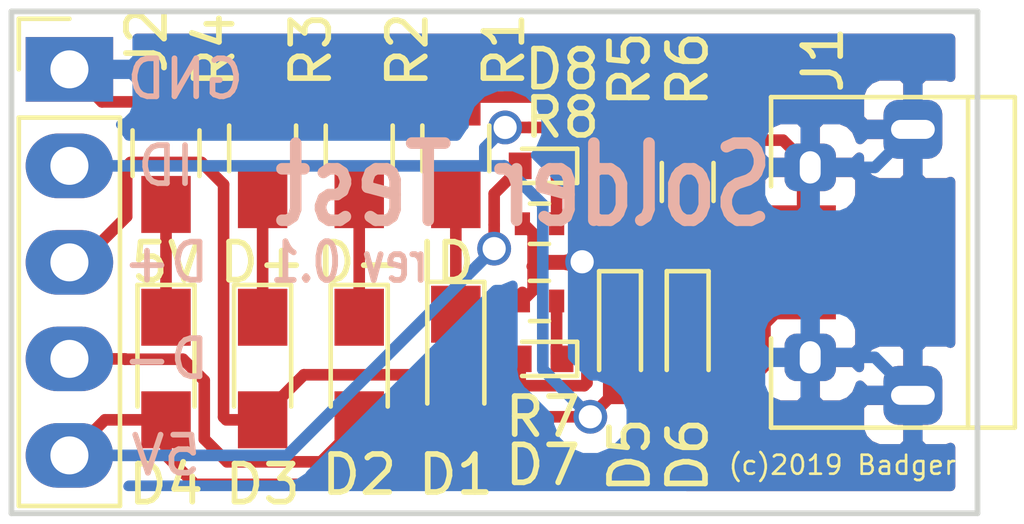
<source format=kicad_pcb>
(kicad_pcb (version 20171130) (host pcbnew 5.0.2-bee76a0~70~ubuntu16.04.1)

  (general
    (thickness 1.6002)
    (drawings 16)
    (tracks 137)
    (zones 0)
    (modules 18)
    (nets 14)
  )

  (page A4)
  (layers
    (0 Front signal)
    (31 Back signal)
    (32 B.Adhes user)
    (33 F.Adhes user)
    (34 B.Paste user)
    (35 F.Paste user)
    (36 B.SilkS user)
    (37 F.SilkS user)
    (38 B.Mask user)
    (39 F.Mask user)
    (40 Dwgs.User user)
    (41 Cmts.User user)
    (42 Eco1.User user)
    (43 Eco2.User user)
    (44 Edge.Cuts user)
  )

  (setup
    (last_trace_width 0.2032)
    (trace_clearance 0.2032)
    (zone_clearance 0.508)
    (zone_45_only yes)
    (trace_min 0.2032)
    (segment_width 0.15)
    (edge_width 0.381)
    (via_size 0.889)
    (via_drill 0.6)
    (via_min_size 0.889)
    (via_min_drill 0.508)
    (uvia_size 0.889)
    (uvia_drill 0.6096)
    (uvias_allowed no)
    (uvia_min_size 0.508)
    (uvia_min_drill 0.127)
    (pcb_text_width 0.3048)
    (pcb_text_size 1.524 2.032)
    (mod_edge_width 0.381)
    (mod_text_size 1.524 1.524)
    (mod_text_width 0.3048)
    (pad_size 7 7)
    (pad_drill 3.4)
    (pad_to_mask_clearance 0.0508)
    (solder_mask_min_width 0.25)
    (aux_axis_origin 0 0)
    (visible_elements FFFFFFFF)
    (pcbplotparams
      (layerselection 0x010fc_80000001)
      (usegerberextensions false)
      (usegerberattributes true)
      (usegerberadvancedattributes false)
      (creategerberjobfile false)
      (excludeedgelayer false)
      (linewidth 0.150000)
      (plotframeref false)
      (viasonmask false)
      (mode 1)
      (useauxorigin false)
      (hpglpennumber 1)
      (hpglpenspeed 20)
      (hpglpendiameter 15.000000)
      (psnegative false)
      (psa4output false)
      (plotreference true)
      (plotvalue true)
      (plotinvisibletext false)
      (padsonsilk false)
      (subtractmaskfromsilk false)
      (outputformat 1)
      (mirror false)
      (drillshape 0)
      (scaleselection 1)
      (outputdirectory "fabricaton_jlcpcb/"))
  )

  (net 0 "")
  (net 1 GND)
  (net 2 +5V)
  (net 3 "Net-(D5-Pad1)")
  (net 4 "Net-(D1-Pad1)")
  (net 5 "Net-(D2-Pad1)")
  (net 6 "Net-(D3-Pad1)")
  (net 7 "Net-(D4-Pad1)")
  (net 8 "Net-(D6-Pad1)")
  (net 9 "Net-(D7-Pad1)")
  (net 10 "Net-(D8-Pad1)")
  (net 11 /ID)
  (net 12 /D-)
  (net 13 /D+)

  (net_class Default "This is the default net class."
    (clearance 0.2032)
    (trace_width 0.2032)
    (via_dia 0.889)
    (via_drill 0.6)
    (uvia_dia 0.889)
    (uvia_drill 0.6096)
    (diff_pair_gap 0.2)
    (diff_pair_width 0.2032)
  )

  (net_class led_power ""
    (clearance 0.2032)
    (trace_width 0.3048)
    (via_dia 0.889)
    (via_drill 0.6096)
    (uvia_dia 0.889)
    (uvia_drill 0.6096)
    (diff_pair_gap 0.25)
    (diff_pair_width 0.2032)
    (add_net +5V)
    (add_net /D+)
    (add_net /D-)
    (add_net /ID)
    (add_net GND)
    (add_net "Net-(D1-Pad1)")
    (add_net "Net-(D2-Pad1)")
    (add_net "Net-(D3-Pad1)")
    (add_net "Net-(D4-Pad1)")
    (add_net "Net-(D5-Pad1)")
    (add_net "Net-(D6-Pad1)")
    (add_net "Net-(D7-Pad1)")
    (add_net "Net-(D8-Pad1)")
  )

  (net_class power ""
    (clearance 0.254)
    (trace_width 0.6096)
    (via_dia 1.3462)
    (via_drill 0.7112)
    (uvia_dia 0.9652)
    (uvia_drill 0.7112)
    (diff_pair_gap 0.25)
    (diff_pair_width 0.254)
  )

  (module kicad_libraries_new:badger_USB_Micro-B_handsolder (layer Front) (tedit 5CA07BA2) (tstamp 5CA11A0F)
    (at 73.66 47.244 90)
    (descr "Micro USB Type B Receptacle")
    (tags "USB USB_B USB_micro USB_OTG")
    (path /5CA3BDFE)
    (attr smd)
    (fp_text reference J1 (at 5.334 -1.016 90) (layer F.SilkS)
      (effects (font (size 1 1) (thickness 0.15)))
    )
    (fp_text value USB_OTG (at 0 5.01 90) (layer F.Fab)
      (effects (font (size 1 1) (thickness 0.15)))
    )
    (fp_line (start 2 -2.38) (end 4.35 -2.38) (layer F.SilkS) (width 0.12))
    (fp_line (start -4.35 4.03) (end -4.35 -2.38) (layer F.SilkS) (width 0.12))
    (fp_line (start 4.35 2.8) (end -4.35 2.8) (layer F.SilkS) (width 0.12))
    (fp_line (start 4.35 -2.38) (end 4.35 4.03) (layer F.SilkS) (width 0.12))
    (fp_line (start -4.35 -2.38) (end -2 -2.38) (layer F.SilkS) (width 0.12))
    (fp_line (start -4.35 4.03) (end 4.35 4.03) (layer F.SilkS) (width 0.12))
    (fp_line (start -4.6 4.26) (end -4.6 -2.59) (layer F.CrtYd) (width 0.05))
    (fp_line (start 4.6 4.26) (end -4.6 4.26) (layer F.CrtYd) (width 0.05))
    (fp_line (start 4.6 -2.59) (end 4.6 4.26) (layer F.CrtYd) (width 0.05))
    (fp_line (start -4.6 -2.59) (end 4.6 -2.59) (layer F.CrtYd) (width 0.05))
    (pad 6 thru_hole roundrect (at 3.5 1.35 180) (size 1.55 1.55) (drill oval 1.15 0.5) (layers *.Cu *.Mask) (roundrect_rratio 0.25)
      (net 1 GND))
    (pad 6 thru_hole roundrect (at -3.5 1.35 180) (size 1.55 1.55) (drill oval 1.15 0.5) (layers *.Cu *.Mask) (roundrect_rratio 0.25)
      (net 1 GND))
    (pad 6 thru_hole roundrect (at 2.5 -1.35 180) (size 1.35 1.25) (drill oval 0.55 0.85) (layers *.Cu *.Mask) (roundrect_rratio 0.25)
      (net 1 GND))
    (pad 6 thru_hole roundrect (at -2.5 -1.35 180) (size 1.35 1.25) (drill oval 0.55 0.85) (layers *.Cu *.Mask) (roundrect_rratio 0.25)
      (net 1 GND))
    (pad 5 smd rect (at 1.3 -1.55 180) (size 1.75 0.4) (layers Front F.Paste F.Mask)
      (net 1 GND))
    (pad 4 smd rect (at 0.65 -1.55 180) (size 1.75 0.4) (layers Front F.Paste F.Mask)
      (net 11 /ID))
    (pad 3 smd rect (at 0 -1.55 180) (size 1.75 0.4) (layers Front F.Paste F.Mask)
      (net 13 /D+))
    (pad 2 smd rect (at -0.65 -1.55 180) (size 1.75 0.4) (layers Front F.Paste F.Mask)
      (net 12 /D-))
    (pad 1 smd rect (at -1.3 -1.55 180) (size 1.75 0.4) (layers Front F.Paste F.Mask)
      (net 2 +5V))
  )

  (module LEDs:LED_0805_HandSoldering (layer Front) (tedit 595FCA25) (tstamp 5CA12765)
    (at 62.992 49.958 270)
    (descr "Resistor SMD 0805, hand soldering")
    (tags "resistor 0805")
    (path /5CB01935)
    (attr smd)
    (fp_text reference D1 (at 2.874 0) (layer F.SilkS)
      (effects (font (size 1 1) (thickness 0.15)))
    )
    (fp_text value LED (at 0 1.75 270) (layer F.Fab)
      (effects (font (size 1 1) (thickness 0.15)))
    )
    (fp_line (start -2.2 -0.75) (end -2.2 0.75) (layer F.SilkS) (width 0.12))
    (fp_line (start 2.35 0.9) (end -2.35 0.9) (layer F.CrtYd) (width 0.05))
    (fp_line (start 2.35 0.9) (end 2.35 -0.9) (layer F.CrtYd) (width 0.05))
    (fp_line (start -2.35 -0.9) (end -2.35 0.9) (layer F.CrtYd) (width 0.05))
    (fp_line (start -2.35 -0.9) (end 2.35 -0.9) (layer F.CrtYd) (width 0.05))
    (fp_line (start -2.2 -0.75) (end 1 -0.75) (layer F.SilkS) (width 0.12))
    (fp_line (start 1 0.75) (end -2.2 0.75) (layer F.SilkS) (width 0.12))
    (fp_line (start -1 -0.62) (end 1 -0.62) (layer F.Fab) (width 0.1))
    (fp_line (start 1 -0.62) (end 1 0.62) (layer F.Fab) (width 0.1))
    (fp_line (start 1 0.62) (end -1 0.62) (layer F.Fab) (width 0.1))
    (fp_line (start -1 0.62) (end -1 -0.62) (layer F.Fab) (width 0.1))
    (fp_line (start 0.2 -0.4) (end 0.2 0.4) (layer F.Fab) (width 0.1))
    (fp_line (start 0.2 0.4) (end -0.4 0) (layer F.Fab) (width 0.1))
    (fp_line (start -0.4 0) (end 0.2 -0.4) (layer F.Fab) (width 0.1))
    (fp_line (start -0.4 -0.4) (end -0.4 0.4) (layer F.Fab) (width 0.1))
    (pad 2 smd rect (at 1.35 0 270) (size 1.5 1.3) (layers Front F.Paste F.Mask)
      (net 11 /ID))
    (pad 1 smd rect (at -1.35 0 270) (size 1.5 1.3) (layers Front F.Paste F.Mask)
      (net 4 "Net-(D1-Pad1)"))
    (model ${KISYS3DMOD}/LEDs.3dshapes/LED_0805.wrl
      (at (xyz 0 0 0))
      (scale (xyz 1 1 1))
      (rotate (xyz 0 0 0))
    )
  )

  (module LEDs:LED_0805_HandSoldering (layer Front) (tedit 595FCA25) (tstamp 5CA127A1)
    (at 60.452 50.038 270)
    (descr "Resistor SMD 0805, hand soldering")
    (tags "resistor 0805")
    (path /5CB01DA7)
    (attr smd)
    (fp_text reference D2 (at 2.794 0) (layer F.SilkS)
      (effects (font (size 1 1) (thickness 0.15)))
    )
    (fp_text value LED (at 0 1.75 270) (layer F.Fab)
      (effects (font (size 1 1) (thickness 0.15)))
    )
    (fp_line (start -2.2 -0.75) (end -2.2 0.75) (layer F.SilkS) (width 0.12))
    (fp_line (start 2.35 0.9) (end -2.35 0.9) (layer F.CrtYd) (width 0.05))
    (fp_line (start 2.35 0.9) (end 2.35 -0.9) (layer F.CrtYd) (width 0.05))
    (fp_line (start -2.35 -0.9) (end -2.35 0.9) (layer F.CrtYd) (width 0.05))
    (fp_line (start -2.35 -0.9) (end 2.35 -0.9) (layer F.CrtYd) (width 0.05))
    (fp_line (start -2.2 -0.75) (end 1 -0.75) (layer F.SilkS) (width 0.12))
    (fp_line (start 1 0.75) (end -2.2 0.75) (layer F.SilkS) (width 0.12))
    (fp_line (start -1 -0.62) (end 1 -0.62) (layer F.Fab) (width 0.1))
    (fp_line (start 1 -0.62) (end 1 0.62) (layer F.Fab) (width 0.1))
    (fp_line (start 1 0.62) (end -1 0.62) (layer F.Fab) (width 0.1))
    (fp_line (start -1 0.62) (end -1 -0.62) (layer F.Fab) (width 0.1))
    (fp_line (start 0.2 -0.4) (end 0.2 0.4) (layer F.Fab) (width 0.1))
    (fp_line (start 0.2 0.4) (end -0.4 0) (layer F.Fab) (width 0.1))
    (fp_line (start -0.4 0) (end 0.2 -0.4) (layer F.Fab) (width 0.1))
    (fp_line (start -0.4 -0.4) (end -0.4 0.4) (layer F.Fab) (width 0.1))
    (pad 2 smd rect (at 1.35 0 270) (size 1.5 1.3) (layers Front F.Paste F.Mask)
      (net 12 /D-))
    (pad 1 smd rect (at -1.35 0 270) (size 1.5 1.3) (layers Front F.Paste F.Mask)
      (net 5 "Net-(D2-Pad1)"))
    (model ${KISYS3DMOD}/LEDs.3dshapes/LED_0805.wrl
      (at (xyz 0 0 0))
      (scale (xyz 1 1 1))
      (rotate (xyz 0 0 0))
    )
  )

  (module LEDs:LED_0805_HandSoldering (layer Front) (tedit 595FCA25) (tstamp 5CA12729)
    (at 57.912 50.038 270)
    (descr "Resistor SMD 0805, hand soldering")
    (tags "resistor 0805")
    (path /5CB02302)
    (attr smd)
    (fp_text reference D3 (at 3.048 0 180) (layer F.SilkS)
      (effects (font (size 1 1) (thickness 0.15)))
    )
    (fp_text value LED (at 0 1.75 270) (layer F.Fab)
      (effects (font (size 1 1) (thickness 0.15)))
    )
    (fp_line (start -0.4 -0.4) (end -0.4 0.4) (layer F.Fab) (width 0.1))
    (fp_line (start -0.4 0) (end 0.2 -0.4) (layer F.Fab) (width 0.1))
    (fp_line (start 0.2 0.4) (end -0.4 0) (layer F.Fab) (width 0.1))
    (fp_line (start 0.2 -0.4) (end 0.2 0.4) (layer F.Fab) (width 0.1))
    (fp_line (start -1 0.62) (end -1 -0.62) (layer F.Fab) (width 0.1))
    (fp_line (start 1 0.62) (end -1 0.62) (layer F.Fab) (width 0.1))
    (fp_line (start 1 -0.62) (end 1 0.62) (layer F.Fab) (width 0.1))
    (fp_line (start -1 -0.62) (end 1 -0.62) (layer F.Fab) (width 0.1))
    (fp_line (start 1 0.75) (end -2.2 0.75) (layer F.SilkS) (width 0.12))
    (fp_line (start -2.2 -0.75) (end 1 -0.75) (layer F.SilkS) (width 0.12))
    (fp_line (start -2.35 -0.9) (end 2.35 -0.9) (layer F.CrtYd) (width 0.05))
    (fp_line (start -2.35 -0.9) (end -2.35 0.9) (layer F.CrtYd) (width 0.05))
    (fp_line (start 2.35 0.9) (end 2.35 -0.9) (layer F.CrtYd) (width 0.05))
    (fp_line (start 2.35 0.9) (end -2.35 0.9) (layer F.CrtYd) (width 0.05))
    (fp_line (start -2.2 -0.75) (end -2.2 0.75) (layer F.SilkS) (width 0.12))
    (pad 1 smd rect (at -1.35 0 270) (size 1.5 1.3) (layers Front F.Paste F.Mask)
      (net 6 "Net-(D3-Pad1)"))
    (pad 2 smd rect (at 1.35 0 270) (size 1.5 1.3) (layers Front F.Paste F.Mask)
      (net 13 /D+))
    (model ${KISYS3DMOD}/LEDs.3dshapes/LED_0805.wrl
      (at (xyz 0 0 0))
      (scale (xyz 1 1 1))
      (rotate (xyz 0 0 0))
    )
  )

  (module LEDs:LED_0805_HandSoldering (layer Front) (tedit 595FCA25) (tstamp 5CA126BD)
    (at 55.372 50.038 270)
    (descr "Resistor SMD 0805, hand soldering")
    (tags "resistor 0805")
    (path /5CB02931)
    (attr smd)
    (fp_text reference D4 (at 3.048 0) (layer F.SilkS)
      (effects (font (size 1 1) (thickness 0.15)))
    )
    (fp_text value LED (at 0 1.75 270) (layer F.Fab)
      (effects (font (size 1 1) (thickness 0.15)))
    )
    (fp_line (start -0.4 -0.4) (end -0.4 0.4) (layer F.Fab) (width 0.1))
    (fp_line (start -0.4 0) (end 0.2 -0.4) (layer F.Fab) (width 0.1))
    (fp_line (start 0.2 0.4) (end -0.4 0) (layer F.Fab) (width 0.1))
    (fp_line (start 0.2 -0.4) (end 0.2 0.4) (layer F.Fab) (width 0.1))
    (fp_line (start -1 0.62) (end -1 -0.62) (layer F.Fab) (width 0.1))
    (fp_line (start 1 0.62) (end -1 0.62) (layer F.Fab) (width 0.1))
    (fp_line (start 1 -0.62) (end 1 0.62) (layer F.Fab) (width 0.1))
    (fp_line (start -1 -0.62) (end 1 -0.62) (layer F.Fab) (width 0.1))
    (fp_line (start 1 0.75) (end -2.2 0.75) (layer F.SilkS) (width 0.12))
    (fp_line (start -2.2 -0.75) (end 1 -0.75) (layer F.SilkS) (width 0.12))
    (fp_line (start -2.35 -0.9) (end 2.35 -0.9) (layer F.CrtYd) (width 0.05))
    (fp_line (start -2.35 -0.9) (end -2.35 0.9) (layer F.CrtYd) (width 0.05))
    (fp_line (start 2.35 0.9) (end 2.35 -0.9) (layer F.CrtYd) (width 0.05))
    (fp_line (start 2.35 0.9) (end -2.35 0.9) (layer F.CrtYd) (width 0.05))
    (fp_line (start -2.2 -0.75) (end -2.2 0.75) (layer F.SilkS) (width 0.12))
    (pad 1 smd rect (at -1.35 0 270) (size 1.5 1.3) (layers Front F.Paste F.Mask)
      (net 7 "Net-(D4-Pad1)"))
    (pad 2 smd rect (at 1.35 0 270) (size 1.5 1.3) (layers Front F.Paste F.Mask)
      (net 2 +5V))
    (model ${KISYS3DMOD}/LEDs.3dshapes/LED_0805.wrl
      (at (xyz 0 0 0))
      (scale (xyz 1 1 1))
      (rotate (xyz 0 0 0))
    )
  )

  (module LEDs:LED_0603_HandSoldering (layer Front) (tedit 595FC9C0) (tstamp 5CA152C7)
    (at 67.31 49.276 270)
    (descr "LED SMD 0603, hand soldering")
    (tags "LED 0603")
    (path /5CB08A82)
    (attr smd)
    (fp_text reference D5 (at 3.048 -0.254 270) (layer F.SilkS)
      (effects (font (size 1 1) (thickness 0.15)))
    )
    (fp_text value LED (at 0 1.55 270) (layer F.Fab)
      (effects (font (size 1 1) (thickness 0.15)))
    )
    (fp_line (start -0.8 -0.4) (end -0.8 0.4) (layer F.Fab) (width 0.1))
    (fp_line (start 1.95 0.7) (end -1.96 0.7) (layer F.CrtYd) (width 0.05))
    (fp_line (start 1.95 0.7) (end 1.95 -0.7) (layer F.CrtYd) (width 0.05))
    (fp_line (start -1.96 -0.7) (end -1.96 0.7) (layer F.CrtYd) (width 0.05))
    (fp_line (start -1.96 -0.7) (end 1.95 -0.7) (layer F.CrtYd) (width 0.05))
    (fp_line (start -1.8 -0.55) (end 0.8 -0.55) (layer F.SilkS) (width 0.12))
    (fp_line (start -1.8 0.55) (end 0.8 0.55) (layer F.SilkS) (width 0.12))
    (fp_line (start -0.8 -0.4) (end 0.8 -0.4) (layer F.Fab) (width 0.1))
    (fp_line (start 0.8 -0.4) (end 0.8 0.4) (layer F.Fab) (width 0.1))
    (fp_line (start 0.8 0.4) (end -0.8 0.4) (layer F.Fab) (width 0.1))
    (fp_line (start 0.15 -0.2) (end 0.15 0.2) (layer F.Fab) (width 0.1))
    (fp_line (start 0.15 0.2) (end -0.15 0) (layer F.Fab) (width 0.1))
    (fp_line (start -0.15 0) (end 0.15 -0.2) (layer F.Fab) (width 0.1))
    (fp_line (start -0.2 -0.2) (end -0.2 0.2) (layer F.Fab) (width 0.1))
    (fp_line (start -1.8 -0.55) (end -1.8 0.55) (layer F.SilkS) (width 0.12))
    (pad 2 smd rect (at 1.1 0 270) (size 1.2 0.9) (layers Front F.Paste F.Mask)
      (net 11 /ID))
    (pad 1 smd rect (at -1.1 0 270) (size 1.2 0.9) (layers Front F.Paste F.Mask)
      (net 3 "Net-(D5-Pad1)"))
    (model ${KISYS3DMOD}/LEDs.3dshapes/LED_0603.wrl
      (at (xyz 0 0 0))
      (scale (xyz 1 1 1))
      (rotate (xyz 0 0 180))
    )
  )

  (module LEDs:LED_0603_HandSoldering (layer Front) (tedit 595FC9C0) (tstamp 5CA10037)
    (at 69.088 49.276 270)
    (descr "LED SMD 0603, hand soldering")
    (tags "LED 0603")
    (path /5CB08A94)
    (attr smd)
    (fp_text reference D6 (at 3.048 0 270) (layer F.SilkS)
      (effects (font (size 1 1) (thickness 0.15)))
    )
    (fp_text value LED (at 0 1.55 270) (layer F.Fab)
      (effects (font (size 1 1) (thickness 0.15)))
    )
    (fp_line (start -1.8 -0.55) (end -1.8 0.55) (layer F.SilkS) (width 0.12))
    (fp_line (start -0.2 -0.2) (end -0.2 0.2) (layer F.Fab) (width 0.1))
    (fp_line (start -0.15 0) (end 0.15 -0.2) (layer F.Fab) (width 0.1))
    (fp_line (start 0.15 0.2) (end -0.15 0) (layer F.Fab) (width 0.1))
    (fp_line (start 0.15 -0.2) (end 0.15 0.2) (layer F.Fab) (width 0.1))
    (fp_line (start 0.8 0.4) (end -0.8 0.4) (layer F.Fab) (width 0.1))
    (fp_line (start 0.8 -0.4) (end 0.8 0.4) (layer F.Fab) (width 0.1))
    (fp_line (start -0.8 -0.4) (end 0.8 -0.4) (layer F.Fab) (width 0.1))
    (fp_line (start -1.8 0.55) (end 0.8 0.55) (layer F.SilkS) (width 0.12))
    (fp_line (start -1.8 -0.55) (end 0.8 -0.55) (layer F.SilkS) (width 0.12))
    (fp_line (start -1.96 -0.7) (end 1.95 -0.7) (layer F.CrtYd) (width 0.05))
    (fp_line (start -1.96 -0.7) (end -1.96 0.7) (layer F.CrtYd) (width 0.05))
    (fp_line (start 1.95 0.7) (end 1.95 -0.7) (layer F.CrtYd) (width 0.05))
    (fp_line (start 1.95 0.7) (end -1.96 0.7) (layer F.CrtYd) (width 0.05))
    (fp_line (start -0.8 -0.4) (end -0.8 0.4) (layer F.Fab) (width 0.1))
    (pad 1 smd rect (at -1.1 0 270) (size 1.2 0.9) (layers Front F.Paste F.Mask)
      (net 8 "Net-(D6-Pad1)"))
    (pad 2 smd rect (at 1.1 0 270) (size 1.2 0.9) (layers Front F.Paste F.Mask)
      (net 12 /D-))
    (model ${KISYS3DMOD}/LEDs.3dshapes/LED_0603.wrl
      (at (xyz 0 0 0))
      (scale (xyz 1 1 1))
      (rotate (xyz 0 0 180))
    )
  )

  (module LEDs:LED_0402 (layer Front) (tedit 57FE9357) (tstamp 5CA1004C)
    (at 65.234 49.784 180)
    (descr "LED 0402 smd package")
    (tags "LED led 0402 SMD smd SMT smt smdled SMDLED smtled SMTLED")
    (path /5CB08AA5)
    (attr smd)
    (fp_text reference D7 (at -0.044 -2.794 180) (layer F.SilkS)
      (effects (font (size 1 1) (thickness 0.15)))
    )
    (fp_text value LED (at 0 1.4 180) (layer F.Fab)
      (effects (font (size 1 1) (thickness 0.15)))
    )
    (fp_line (start -1 -0.5) (end 1 -0.5) (layer F.CrtYd) (width 0.05))
    (fp_line (start -1 0.5) (end -1 -0.5) (layer F.CrtYd) (width 0.05))
    (fp_line (start 1 0.5) (end -1 0.5) (layer F.CrtYd) (width 0.05))
    (fp_line (start 1 -0.5) (end 1 0.5) (layer F.CrtYd) (width 0.05))
    (fp_line (start -0.95 -0.45) (end 0.5 -0.45) (layer F.SilkS) (width 0.12))
    (fp_line (start -0.95 0.45) (end 0.5 0.45) (layer F.SilkS) (width 0.12))
    (fp_line (start -0.5 0.25) (end -0.5 -0.25) (layer F.Fab) (width 0.1))
    (fp_line (start -0.5 -0.25) (end 0.5 -0.25) (layer F.Fab) (width 0.1))
    (fp_line (start 0.5 -0.25) (end 0.5 0.25) (layer F.Fab) (width 0.1))
    (fp_line (start 0.5 0.25) (end -0.5 0.25) (layer F.Fab) (width 0.1))
    (fp_line (start 0.15 -0.2) (end 0.15 0.2) (layer F.Fab) (width 0.1))
    (fp_line (start 0.15 0.2) (end -0.15 0) (layer F.Fab) (width 0.1))
    (fp_line (start -0.15 0) (end 0.15 -0.2) (layer F.Fab) (width 0.1))
    (fp_line (start -0.15 -0.2) (end -0.15 0.2) (layer F.Fab) (width 0.1))
    (fp_line (start -0.95 -0.45) (end -0.95 0.45) (layer F.SilkS) (width 0.12))
    (pad 1 smd rect (at -0.55 0) (size 0.6 0.7) (layers Front F.Paste F.Mask)
      (net 9 "Net-(D7-Pad1)"))
    (pad 2 smd rect (at 0.55 0) (size 0.6 0.7) (layers Front F.Paste F.Mask)
      (net 13 /D+))
    (model ${KISYS3DMOD}/LEDs.3dshapes/LED_0402.wrl
      (at (xyz 0 0 0))
      (scale (xyz 1 1 1))
      (rotate (xyz 0 0 180))
    )
  )

  (module LEDs:LED_0402 (layer Front) (tedit 57FE9357) (tstamp 5CA10061)
    (at 65.234 44.704 180)
    (descr "LED 0402 smd package")
    (tags "LED led 0402 SMD smd SMT smt smdled SMDLED smtled SMTLED")
    (path /5CB08AB7)
    (attr smd)
    (fp_text reference D8 (at -0.552 2.54 180) (layer F.SilkS)
      (effects (font (size 1 1) (thickness 0.15)))
    )
    (fp_text value LED (at 0 1.4 180) (layer F.Fab)
      (effects (font (size 1 1) (thickness 0.15)))
    )
    (fp_line (start -0.95 -0.45) (end -0.95 0.45) (layer F.SilkS) (width 0.12))
    (fp_line (start -0.15 -0.2) (end -0.15 0.2) (layer F.Fab) (width 0.1))
    (fp_line (start -0.15 0) (end 0.15 -0.2) (layer F.Fab) (width 0.1))
    (fp_line (start 0.15 0.2) (end -0.15 0) (layer F.Fab) (width 0.1))
    (fp_line (start 0.15 -0.2) (end 0.15 0.2) (layer F.Fab) (width 0.1))
    (fp_line (start 0.5 0.25) (end -0.5 0.25) (layer F.Fab) (width 0.1))
    (fp_line (start 0.5 -0.25) (end 0.5 0.25) (layer F.Fab) (width 0.1))
    (fp_line (start -0.5 -0.25) (end 0.5 -0.25) (layer F.Fab) (width 0.1))
    (fp_line (start -0.5 0.25) (end -0.5 -0.25) (layer F.Fab) (width 0.1))
    (fp_line (start -0.95 0.45) (end 0.5 0.45) (layer F.SilkS) (width 0.12))
    (fp_line (start -0.95 -0.45) (end 0.5 -0.45) (layer F.SilkS) (width 0.12))
    (fp_line (start 1 -0.5) (end 1 0.5) (layer F.CrtYd) (width 0.05))
    (fp_line (start 1 0.5) (end -1 0.5) (layer F.CrtYd) (width 0.05))
    (fp_line (start -1 0.5) (end -1 -0.5) (layer F.CrtYd) (width 0.05))
    (fp_line (start -1 -0.5) (end 1 -0.5) (layer F.CrtYd) (width 0.05))
    (pad 2 smd rect (at 0.55 0) (size 0.6 0.7) (layers Front F.Paste F.Mask)
      (net 2 +5V))
    (pad 1 smd rect (at -0.55 0) (size 0.6 0.7) (layers Front F.Paste F.Mask)
      (net 10 "Net-(D8-Pad1)"))
    (model ${KISYS3DMOD}/LEDs.3dshapes/LED_0402.wrl
      (at (xyz 0 0 0))
      (scale (xyz 1 1 1))
      (rotate (xyz 0 0 180))
    )
  )

  (module kicad_libraries_new:badger_Pin_Hdr_1x05_2.54mm_handsolder (layer Front) (tedit 5BD382F7) (tstamp 5CA17275)
    (at 52.832 42.164)
    (descr "Through hole straight pin header, 1x05, 2.54mm pitch, single row")
    (tags "Through hole pin header THT 1x05 2.54mm single row")
    (path /5CAA3C53)
    (fp_text reference J2 (at 2.032 -0.762 90) (layer F.SilkS)
      (effects (font (size 1 1) (thickness 0.15)))
    )
    (fp_text value Conn_01x05 (at 0 12.49) (layer F.Fab)
      (effects (font (size 1 1) (thickness 0.15)))
    )
    (fp_line (start -0.635 -1.27) (end 1.27 -1.27) (layer F.Fab) (width 0.1))
    (fp_line (start 1.27 -1.27) (end 1.27 11.43) (layer F.Fab) (width 0.1))
    (fp_line (start 1.27 11.43) (end -1.27 11.43) (layer F.Fab) (width 0.1))
    (fp_line (start -1.27 11.43) (end -1.27 -0.635) (layer F.Fab) (width 0.1))
    (fp_line (start -1.27 -0.635) (end -0.635 -1.27) (layer F.Fab) (width 0.1))
    (fp_line (start -1.33 11.49) (end 1.33 11.49) (layer F.SilkS) (width 0.12))
    (fp_line (start -1.33 1.27) (end -1.33 11.49) (layer F.SilkS) (width 0.12))
    (fp_line (start 1.33 1.27) (end 1.33 11.49) (layer F.SilkS) (width 0.12))
    (fp_line (start -1.33 1.27) (end 1.33 1.27) (layer F.SilkS) (width 0.12))
    (fp_line (start -1.33 0) (end -1.33 -1.33) (layer F.SilkS) (width 0.12))
    (fp_line (start -1.33 -1.33) (end 0 -1.33) (layer F.SilkS) (width 0.12))
    (fp_line (start -1.8 -1.8) (end -1.8 11.95) (layer F.CrtYd) (width 0.05))
    (fp_line (start -1.8 11.95) (end 1.8 11.95) (layer F.CrtYd) (width 0.05))
    (fp_line (start 1.8 11.95) (end 1.8 -1.8) (layer F.CrtYd) (width 0.05))
    (fp_line (start 1.8 -1.8) (end -1.8 -1.8) (layer F.CrtYd) (width 0.05))
    (fp_text user %R (at 0 5.08 90) (layer F.Fab)
      (effects (font (size 1 1) (thickness 0.15)))
    )
    (pad 1 thru_hole rect (at 0 0) (size 2.3 1.7) (drill 1) (layers *.Cu *.Mask)
      (net 1 GND))
    (pad 2 thru_hole oval (at 0 2.54) (size 2.3 1.7) (drill 1) (layers *.Cu *.Mask)
      (net 11 /ID))
    (pad 3 thru_hole oval (at 0 5.08) (size 2.3 1.7) (drill 1) (layers *.Cu *.Mask)
      (net 13 /D+))
    (pad 4 thru_hole oval (at 0 7.62) (size 2.3 1.7) (drill 1) (layers *.Cu *.Mask)
      (net 12 /D-))
    (pad 5 thru_hole oval (at 0 10.16) (size 2.3 1.7) (drill 1) (layers *.Cu *.Mask)
      (net 2 +5V))
    (model ${KISYS3DMOD}/Pin_Headers.3dshapes/Pin_Header_Straight_1x05_Pitch2.54mm.wrl
      (at (xyz 0 0 0))
      (scale (xyz 1 1 1))
      (rotate (xyz 0 0 0))
    )
  )

  (module Resistors_SMD:R_0805_HandSoldering (layer Front) (tedit 58E0A804) (tstamp 5CA12809)
    (at 62.992 44.243 90)
    (descr "Resistor SMD 0805, hand soldering")
    (tags "resistor 0805")
    (path /5CB0193C)
    (attr smd)
    (fp_text reference R1 (at 2.587 1.27 90) (layer F.SilkS)
      (effects (font (size 1 1) (thickness 0.15)))
    )
    (fp_text value 1k (at 0 1.75 90) (layer F.Fab)
      (effects (font (size 1 1) (thickness 0.15)))
    )
    (fp_text user %R (at 0 0 90) (layer F.Fab)
      (effects (font (size 0.5 0.5) (thickness 0.075)))
    )
    (fp_line (start -1 0.62) (end -1 -0.62) (layer F.Fab) (width 0.1))
    (fp_line (start 1 0.62) (end -1 0.62) (layer F.Fab) (width 0.1))
    (fp_line (start 1 -0.62) (end 1 0.62) (layer F.Fab) (width 0.1))
    (fp_line (start -1 -0.62) (end 1 -0.62) (layer F.Fab) (width 0.1))
    (fp_line (start 0.6 0.88) (end -0.6 0.88) (layer F.SilkS) (width 0.12))
    (fp_line (start -0.6 -0.88) (end 0.6 -0.88) (layer F.SilkS) (width 0.12))
    (fp_line (start -2.35 -0.9) (end 2.35 -0.9) (layer F.CrtYd) (width 0.05))
    (fp_line (start -2.35 -0.9) (end -2.35 0.9) (layer F.CrtYd) (width 0.05))
    (fp_line (start 2.35 0.9) (end 2.35 -0.9) (layer F.CrtYd) (width 0.05))
    (fp_line (start 2.35 0.9) (end -2.35 0.9) (layer F.CrtYd) (width 0.05))
    (pad 1 smd rect (at -1.35 0 90) (size 1.5 1.3) (layers Front F.Paste F.Mask)
      (net 4 "Net-(D1-Pad1)"))
    (pad 2 smd rect (at 1.35 0 90) (size 1.5 1.3) (layers Front F.Paste F.Mask)
      (net 1 GND))
    (model ${KISYS3DMOD}/Resistors_SMD.3dshapes/R_0805.wrl
      (at (xyz 0 0 0))
      (scale (xyz 1 1 1))
      (rotate (xyz 0 0 0))
    )
  )

  (module Resistors_SMD:R_0805_HandSoldering (layer Front) (tedit 58E0A804) (tstamp 5CA12839)
    (at 60.452 44.243 90)
    (descr "Resistor SMD 0805, hand soldering")
    (tags "resistor 0805")
    (path /5CB01DAE)
    (attr smd)
    (fp_text reference R2 (at 2.587 1.27 90) (layer F.SilkS)
      (effects (font (size 1 1) (thickness 0.15)))
    )
    (fp_text value 1k (at 0 1.75 90) (layer F.Fab)
      (effects (font (size 1 1) (thickness 0.15)))
    )
    (fp_line (start 2.35 0.9) (end -2.35 0.9) (layer F.CrtYd) (width 0.05))
    (fp_line (start 2.35 0.9) (end 2.35 -0.9) (layer F.CrtYd) (width 0.05))
    (fp_line (start -2.35 -0.9) (end -2.35 0.9) (layer F.CrtYd) (width 0.05))
    (fp_line (start -2.35 -0.9) (end 2.35 -0.9) (layer F.CrtYd) (width 0.05))
    (fp_line (start -0.6 -0.88) (end 0.6 -0.88) (layer F.SilkS) (width 0.12))
    (fp_line (start 0.6 0.88) (end -0.6 0.88) (layer F.SilkS) (width 0.12))
    (fp_line (start -1 -0.62) (end 1 -0.62) (layer F.Fab) (width 0.1))
    (fp_line (start 1 -0.62) (end 1 0.62) (layer F.Fab) (width 0.1))
    (fp_line (start 1 0.62) (end -1 0.62) (layer F.Fab) (width 0.1))
    (fp_line (start -1 0.62) (end -1 -0.62) (layer F.Fab) (width 0.1))
    (fp_text user %R (at 0 0 90) (layer F.Fab)
      (effects (font (size 0.5 0.5) (thickness 0.075)))
    )
    (pad 2 smd rect (at 1.35 0 90) (size 1.5 1.3) (layers Front F.Paste F.Mask)
      (net 1 GND))
    (pad 1 smd rect (at -1.35 0 90) (size 1.5 1.3) (layers Front F.Paste F.Mask)
      (net 5 "Net-(D2-Pad1)"))
    (model ${KISYS3DMOD}/Resistors_SMD.3dshapes/R_0805.wrl
      (at (xyz 0 0 0))
      (scale (xyz 1 1 1))
      (rotate (xyz 0 0 0))
    )
  )

  (module Resistors_SMD:R_0805_HandSoldering (layer Front) (tedit 58E0A804) (tstamp 5CA126F5)
    (at 57.912 44.243 90)
    (descr "Resistor SMD 0805, hand soldering")
    (tags "resistor 0805")
    (path /5CB02309)
    (attr smd)
    (fp_text reference R3 (at 2.587 1.27 90) (layer F.SilkS)
      (effects (font (size 1 1) (thickness 0.15)))
    )
    (fp_text value 1k (at 0 1.75 90) (layer F.Fab)
      (effects (font (size 1 1) (thickness 0.15)))
    )
    (fp_text user %R (at 0 0 90) (layer F.Fab)
      (effects (font (size 0.5 0.5) (thickness 0.075)))
    )
    (fp_line (start -1 0.62) (end -1 -0.62) (layer F.Fab) (width 0.1))
    (fp_line (start 1 0.62) (end -1 0.62) (layer F.Fab) (width 0.1))
    (fp_line (start 1 -0.62) (end 1 0.62) (layer F.Fab) (width 0.1))
    (fp_line (start -1 -0.62) (end 1 -0.62) (layer F.Fab) (width 0.1))
    (fp_line (start 0.6 0.88) (end -0.6 0.88) (layer F.SilkS) (width 0.12))
    (fp_line (start -0.6 -0.88) (end 0.6 -0.88) (layer F.SilkS) (width 0.12))
    (fp_line (start -2.35 -0.9) (end 2.35 -0.9) (layer F.CrtYd) (width 0.05))
    (fp_line (start -2.35 -0.9) (end -2.35 0.9) (layer F.CrtYd) (width 0.05))
    (fp_line (start 2.35 0.9) (end 2.35 -0.9) (layer F.CrtYd) (width 0.05))
    (fp_line (start 2.35 0.9) (end -2.35 0.9) (layer F.CrtYd) (width 0.05))
    (pad 1 smd rect (at -1.35 0 90) (size 1.5 1.3) (layers Front F.Paste F.Mask)
      (net 6 "Net-(D3-Pad1)"))
    (pad 2 smd rect (at 1.35 0 90) (size 1.5 1.3) (layers Front F.Paste F.Mask)
      (net 1 GND))
    (model ${KISYS3DMOD}/Resistors_SMD.3dshapes/R_0805.wrl
      (at (xyz 0 0 0))
      (scale (xyz 1 1 1))
      (rotate (xyz 0 0 0))
    )
  )

  (module Resistors_SMD:R_0805_HandSoldering (layer Front) (tedit 58E0A804) (tstamp 5CA127D9)
    (at 55.372 44.37 90)
    (descr "Resistor SMD 0805, hand soldering")
    (tags "resistor 0805")
    (path /5CB02938)
    (attr smd)
    (fp_text reference R4 (at 2.714 1.27 90) (layer F.SilkS)
      (effects (font (size 1 1) (thickness 0.15)))
    )
    (fp_text value 1k (at 0 1.75 90) (layer F.Fab)
      (effects (font (size 1 1) (thickness 0.15)))
    )
    (fp_line (start 2.35 0.9) (end -2.35 0.9) (layer F.CrtYd) (width 0.05))
    (fp_line (start 2.35 0.9) (end 2.35 -0.9) (layer F.CrtYd) (width 0.05))
    (fp_line (start -2.35 -0.9) (end -2.35 0.9) (layer F.CrtYd) (width 0.05))
    (fp_line (start -2.35 -0.9) (end 2.35 -0.9) (layer F.CrtYd) (width 0.05))
    (fp_line (start -0.6 -0.88) (end 0.6 -0.88) (layer F.SilkS) (width 0.12))
    (fp_line (start 0.6 0.88) (end -0.6 0.88) (layer F.SilkS) (width 0.12))
    (fp_line (start -1 -0.62) (end 1 -0.62) (layer F.Fab) (width 0.1))
    (fp_line (start 1 -0.62) (end 1 0.62) (layer F.Fab) (width 0.1))
    (fp_line (start 1 0.62) (end -1 0.62) (layer F.Fab) (width 0.1))
    (fp_line (start -1 0.62) (end -1 -0.62) (layer F.Fab) (width 0.1))
    (fp_text user %R (at 0 0 90) (layer F.Fab)
      (effects (font (size 0.5 0.5) (thickness 0.075)))
    )
    (pad 2 smd rect (at 1.35 0 90) (size 1.5 1.3) (layers Front F.Paste F.Mask)
      (net 1 GND))
    (pad 1 smd rect (at -1.35 0 90) (size 1.5 1.3) (layers Front F.Paste F.Mask)
      (net 7 "Net-(D4-Pad1)"))
    (model ${KISYS3DMOD}/Resistors_SMD.3dshapes/R_0805.wrl
      (at (xyz 0 0 0))
      (scale (xyz 1 1 1))
      (rotate (xyz 0 0 0))
    )
  )

  (module Resistors_SMD:R_0603_HandSoldering (layer Front) (tedit 58E0A804) (tstamp 5CA14DC2)
    (at 67.31 45.128 90)
    (descr "Resistor SMD 0603, hand soldering")
    (tags "resistor 0603")
    (path /5CB08A89)
    (attr smd)
    (fp_text reference R5 (at 2.964 0.254 90) (layer F.SilkS)
      (effects (font (size 1 1) (thickness 0.15)))
    )
    (fp_text value 1k (at 0 1.55 90) (layer F.Fab)
      (effects (font (size 1 1) (thickness 0.15)))
    )
    (fp_line (start 1.95 0.7) (end -1.96 0.7) (layer F.CrtYd) (width 0.05))
    (fp_line (start 1.95 0.7) (end 1.95 -0.7) (layer F.CrtYd) (width 0.05))
    (fp_line (start -1.96 -0.7) (end -1.96 0.7) (layer F.CrtYd) (width 0.05))
    (fp_line (start -1.96 -0.7) (end 1.95 -0.7) (layer F.CrtYd) (width 0.05))
    (fp_line (start -0.5 -0.68) (end 0.5 -0.68) (layer F.SilkS) (width 0.12))
    (fp_line (start 0.5 0.68) (end -0.5 0.68) (layer F.SilkS) (width 0.12))
    (fp_line (start -0.8 -0.4) (end 0.8 -0.4) (layer F.Fab) (width 0.1))
    (fp_line (start 0.8 -0.4) (end 0.8 0.4) (layer F.Fab) (width 0.1))
    (fp_line (start 0.8 0.4) (end -0.8 0.4) (layer F.Fab) (width 0.1))
    (fp_line (start -0.8 0.4) (end -0.8 -0.4) (layer F.Fab) (width 0.1))
    (fp_text user %R (at 0 0 90) (layer F.Fab)
      (effects (font (size 0.4 0.4) (thickness 0.075)))
    )
    (pad 2 smd rect (at 1.1 0 90) (size 1.2 0.9) (layers Front F.Paste F.Mask)
      (net 1 GND))
    (pad 1 smd rect (at -1.1 0 90) (size 1.2 0.9) (layers Front F.Paste F.Mask)
      (net 3 "Net-(D5-Pad1)"))
    (model ${KISYS3DMOD}/Resistors_SMD.3dshapes/R_0603.wrl
      (at (xyz 0 0 0))
      (scale (xyz 1 1 1))
      (rotate (xyz 0 0 0))
    )
  )

  (module Resistors_SMD:R_0603_HandSoldering (layer Front) (tedit 58E0A804) (tstamp 5CA100F6)
    (at 69.088 45.128 90)
    (descr "Resistor SMD 0603, hand soldering")
    (tags "resistor 0603")
    (path /5CB08A9B)
    (attr smd)
    (fp_text reference R6 (at 2.964 0 90) (layer F.SilkS)
      (effects (font (size 1 1) (thickness 0.15)))
    )
    (fp_text value 1k (at 0 1.55 90) (layer F.Fab)
      (effects (font (size 1 1) (thickness 0.15)))
    )
    (fp_text user %R (at 0 0 90) (layer F.Fab)
      (effects (font (size 0.4 0.4) (thickness 0.075)))
    )
    (fp_line (start -0.8 0.4) (end -0.8 -0.4) (layer F.Fab) (width 0.1))
    (fp_line (start 0.8 0.4) (end -0.8 0.4) (layer F.Fab) (width 0.1))
    (fp_line (start 0.8 -0.4) (end 0.8 0.4) (layer F.Fab) (width 0.1))
    (fp_line (start -0.8 -0.4) (end 0.8 -0.4) (layer F.Fab) (width 0.1))
    (fp_line (start 0.5 0.68) (end -0.5 0.68) (layer F.SilkS) (width 0.12))
    (fp_line (start -0.5 -0.68) (end 0.5 -0.68) (layer F.SilkS) (width 0.12))
    (fp_line (start -1.96 -0.7) (end 1.95 -0.7) (layer F.CrtYd) (width 0.05))
    (fp_line (start -1.96 -0.7) (end -1.96 0.7) (layer F.CrtYd) (width 0.05))
    (fp_line (start 1.95 0.7) (end 1.95 -0.7) (layer F.CrtYd) (width 0.05))
    (fp_line (start 1.95 0.7) (end -1.96 0.7) (layer F.CrtYd) (width 0.05))
    (pad 1 smd rect (at -1.1 0 90) (size 1.2 0.9) (layers Front F.Paste F.Mask)
      (net 8 "Net-(D6-Pad1)"))
    (pad 2 smd rect (at 1.1 0 90) (size 1.2 0.9) (layers Front F.Paste F.Mask)
      (net 1 GND))
    (model ${KISYS3DMOD}/Resistors_SMD.3dshapes/R_0603.wrl
      (at (xyz 0 0 0))
      (scale (xyz 1 1 1))
      (rotate (xyz 0 0 0))
    )
  )

  (module Resistors_SMD:R_0402 (layer Front) (tedit 58E0A804) (tstamp 5CA10F2C)
    (at 65.192 48.26 180)
    (descr "Resistor SMD 0402, reflow soldering, Vishay (see dcrcw.pdf)")
    (tags "resistor 0402")
    (path /5CB08AAC)
    (attr smd)
    (fp_text reference R7 (at -0.086 -3.048 180) (layer F.SilkS)
      (effects (font (size 1 1) (thickness 0.15)))
    )
    (fp_text value 1k (at 0 1.45 180) (layer F.Fab)
      (effects (font (size 1 1) (thickness 0.15)))
    )
    (fp_line (start 0.8 0.45) (end -0.8 0.45) (layer F.CrtYd) (width 0.05))
    (fp_line (start 0.8 0.45) (end 0.8 -0.45) (layer F.CrtYd) (width 0.05))
    (fp_line (start -0.8 -0.45) (end -0.8 0.45) (layer F.CrtYd) (width 0.05))
    (fp_line (start -0.8 -0.45) (end 0.8 -0.45) (layer F.CrtYd) (width 0.05))
    (fp_line (start -0.25 0.53) (end 0.25 0.53) (layer F.SilkS) (width 0.12))
    (fp_line (start 0.25 -0.53) (end -0.25 -0.53) (layer F.SilkS) (width 0.12))
    (fp_line (start -0.5 -0.25) (end 0.5 -0.25) (layer F.Fab) (width 0.1))
    (fp_line (start 0.5 -0.25) (end 0.5 0.25) (layer F.Fab) (width 0.1))
    (fp_line (start 0.5 0.25) (end -0.5 0.25) (layer F.Fab) (width 0.1))
    (fp_line (start -0.5 0.25) (end -0.5 -0.25) (layer F.Fab) (width 0.1))
    (fp_text user %R (at 0 -1.35 180) (layer F.Fab)
      (effects (font (size 1 1) (thickness 0.15)))
    )
    (pad 2 smd rect (at 0.45 0 180) (size 0.4 0.6) (layers Front F.Paste F.Mask)
      (net 1 GND))
    (pad 1 smd rect (at -0.45 0 180) (size 0.4 0.6) (layers Front F.Paste F.Mask)
      (net 9 "Net-(D7-Pad1)"))
    (model ${KISYS3DMOD}/Resistors_SMD.3dshapes/R_0402.wrl
      (at (xyz 0 0 0))
      (scale (xyz 1 1 1))
      (rotate (xyz 0 0 0))
    )
  )

  (module Resistors_SMD:R_0402 (layer Front) (tedit 58E0A804) (tstamp 5CA10118)
    (at 65.192 46.228 180)
    (descr "Resistor SMD 0402, reflow soldering, Vishay (see dcrcw.pdf)")
    (tags "resistor 0402")
    (path /5CB08ABE)
    (attr smd)
    (fp_text reference R8 (at -0.594 2.794 180) (layer F.SilkS)
      (effects (font (size 1 1) (thickness 0.15)))
    )
    (fp_text value 1k (at 0 1.45 180) (layer F.Fab)
      (effects (font (size 1 1) (thickness 0.15)))
    )
    (fp_text user %R (at 0 -1.35 180) (layer F.Fab)
      (effects (font (size 1 1) (thickness 0.15)))
    )
    (fp_line (start -0.5 0.25) (end -0.5 -0.25) (layer F.Fab) (width 0.1))
    (fp_line (start 0.5 0.25) (end -0.5 0.25) (layer F.Fab) (width 0.1))
    (fp_line (start 0.5 -0.25) (end 0.5 0.25) (layer F.Fab) (width 0.1))
    (fp_line (start -0.5 -0.25) (end 0.5 -0.25) (layer F.Fab) (width 0.1))
    (fp_line (start 0.25 -0.53) (end -0.25 -0.53) (layer F.SilkS) (width 0.12))
    (fp_line (start -0.25 0.53) (end 0.25 0.53) (layer F.SilkS) (width 0.12))
    (fp_line (start -0.8 -0.45) (end 0.8 -0.45) (layer F.CrtYd) (width 0.05))
    (fp_line (start -0.8 -0.45) (end -0.8 0.45) (layer F.CrtYd) (width 0.05))
    (fp_line (start 0.8 0.45) (end 0.8 -0.45) (layer F.CrtYd) (width 0.05))
    (fp_line (start 0.8 0.45) (end -0.8 0.45) (layer F.CrtYd) (width 0.05))
    (pad 1 smd rect (at -0.45 0 180) (size 0.4 0.6) (layers Front F.Paste F.Mask)
      (net 10 "Net-(D8-Pad1)"))
    (pad 2 smd rect (at 0.45 0 180) (size 0.4 0.6) (layers Front F.Paste F.Mask)
      (net 1 GND))
    (model ${KISYS3DMOD}/Resistors_SMD.3dshapes/R_0402.wrl
      (at (xyz 0 0 0))
      (scale (xyz 1 1 1))
      (rotate (xyz 0 0 0))
    )
  )

  (gr_text "(c)2019 Badger" (at 73.152 52.578) (layer F.SilkS) (tstamp 5CA1834D)
    (effects (font (size 0.5 0.5) (thickness 0.07)))
  )
  (gr_text "rev 0.1" (at 60.198 47.244) (layer B.SilkS) (tstamp 5CA182FE)
    (effects (font (size 1.016 0.762) (thickness 0.1524)) (justify mirror))
  )
  (gr_text "Solder Test" (at 64.77 45.212) (layer B.SilkS) (tstamp 5CA1822E)
    (effects (font (size 2.032 1.524) (thickness 0.3048)) (justify mirror))
  )
  (gr_text GND (at 55.88 42.418) (layer B.SilkS) (tstamp 5CA17FDD)
    (effects (font (size 1 1) (thickness 0.15)) (justify mirror))
  )
  (gr_text ID (at 55.372 44.704) (layer B.SilkS) (tstamp 5CA17B5D)
    (effects (font (size 1 1) (thickness 0.15)) (justify mirror))
  )
  (gr_text D- (at 55.372 49.784) (layer B.SilkS) (tstamp 5CA17B3A)
    (effects (font (size 1 1) (thickness 0.15)) (justify mirror))
  )
  (gr_text D+ (at 55.372 47.244) (layer B.SilkS) (tstamp 5CA17B17)
    (effects (font (size 1 1) (thickness 0.15)) (justify mirror))
  )
  (gr_text 5V (at 55.372 52.324) (layer B.SilkS) (tstamp 5CA17AF4)
    (effects (font (size 1 1) (thickness 0.15)) (justify mirror))
  )
  (gr_line (start 51.308 40.64) (end 51.308 53.848) (layer Edge.Cuts) (width 0.15))
  (gr_text 5V (at 55.372 47.244) (layer F.SilkS) (tstamp 5CA16A54)
    (effects (font (size 1 1) (thickness 0.15)))
  )
  (gr_text D+ (at 57.912 47.244) (layer F.SilkS) (tstamp 5CA16A2B)
    (effects (font (size 1 1) (thickness 0.15)))
  )
  (gr_text D- (at 60.452 47.244) (layer F.SilkS) (tstamp 5CA18347)
    (effects (font (size 1 1) (thickness 0.15)))
  )
  (gr_text ID (at 62.738 47.244) (layer F.SilkS)
    (effects (font (size 1 1) (thickness 0.15)))
  )
  (gr_line (start 76.708 53.848) (end 76.708 40.64) (layer Edge.Cuts) (width 0.15))
  (gr_line (start 51.308 53.848) (end 76.708 53.848) (layer Edge.Cuts) (width 0.15))
  (gr_line (start 51.308 40.64) (end 76.708 40.64) (layer Edge.Cuts) (width 0.15))

  (segment (start 74.01 49.744) (end 72.31 49.744) (width 0.3048) (layer Back) (net 1) (status 20))
  (segment (start 75.01 50.744) (end 74.01 49.744) (width 0.3048) (layer Back) (net 1) (status 10))
  (segment (start 74.01 44.744) (end 75.01 43.744) (width 0.3048) (layer Back) (net 1) (status 20))
  (segment (start 72.31 44.744) (end 74.01 44.744) (width 0.3048) (layer Back) (net 1) (status 10))
  (segment (start 72.31 46.99) (end 72.31 49.744) (width 0.3048) (layer Back) (net 1) (status 20))
  (segment (start 72.31 44.744) (end 72.31 46.99) (width 0.3048) (layer Back) (net 1) (status 10))
  (segment (start 69.088 44.028) (end 67.31 44.028) (width 0.3048) (layer Front) (net 1) (status 30))
  (segment (start 71.594 44.028) (end 72.31 44.744) (width 0.3048) (layer Front) (net 1) (status 20))
  (segment (start 69.088 44.028) (end 71.594 44.028) (width 0.3048) (layer Front) (net 1) (status 10))
  (segment (start 62.992 42.893) (end 60.452 42.893) (width 0.3048) (layer Front) (net 1) (status 30))
  (segment (start 60.452 42.893) (end 57.912 42.893) (width 0.3048) (layer Front) (net 1) (status 30))
  (segment (start 55.499 42.893) (end 55.372 43.02) (width 0.3048) (layer Front) (net 1) (status 30))
  (segment (start 57.912 42.893) (end 55.499 42.893) (width 0.3048) (layer Front) (net 1) (status 30))
  (segment (start 53.688 43.02) (end 52.832 42.164) (width 0.3048) (layer Front) (net 1) (status 20))
  (segment (start 55.372 43.02) (end 53.688 43.02) (width 0.3048) (layer Front) (net 1) (status 10))
  (segment (start 64.684 46.17) (end 64.742 46.228) (width 0.3048) (layer Front) (net 1) (status 30))
  (segment (start 72.11 44.944) (end 72.31 44.744) (width 0.3048) (layer Front) (net 1) (status 30))
  (segment (start 72.11 45.944) (end 72.11 44.944) (width 0.3048) (layer Front) (net 1) (status 30))
  (segment (start 66.04 42.926) (end 66.007 42.893) (width 0.3048) (layer Front) (net 1))
  (segment (start 66.358 42.926) (end 66.04 42.926) (width 0.3048) (layer Front) (net 1))
  (segment (start 67.31 44.028) (end 67.31 43.878) (width 0.3048) (layer Front) (net 1))
  (segment (start 67.31 43.878) (end 66.358 42.926) (width 0.3048) (layer Front) (net 1))
  (segment (start 66.007 42.893) (end 62.992 42.893) (width 0.3048) (layer Front) (net 1))
  (segment (start 65.1532 47.244) (end 66.276439 47.244) (width 0.3048) (layer Front) (net 1))
  (segment (start 65.642 47.244) (end 66.276439 47.244) (width 0.3048) (layer Front) (net 1))
  (segment (start 72.071408 47.228592) (end 66.941931 47.228592) (width 0.3048) (layer Back) (net 1))
  (segment (start 72.31 46.99) (end 72.071408 47.228592) (width 0.3048) (layer Back) (net 1))
  (via (at 66.313314 47.228592) (size 0.889) (drill 0.6096) (layers Front Back) (net 1))
  (segment (start 66.297906 47.244) (end 66.313314 47.228592) (width 0.3048) (layer Front) (net 1))
  (segment (start 66.941931 47.228592) (end 66.313314 47.228592) (width 0.3048) (layer Back) (net 1))
  (segment (start 66.276439 47.244) (end 66.297906 47.244) (width 0.3048) (layer Front) (net 1))
  (segment (start 64.742 48.034) (end 64.742 48.26) (width 0.3048) (layer Front) (net 1))
  (segment (start 65.024 47.978) (end 64.742 48.26) (width 0.3048) (layer Front) (net 1))
  (segment (start 65.024 46.482) (end 65.024 47.978) (width 0.3048) (layer Front) (net 1))
  (segment (start 64.77 46.228) (end 65.024 46.482) (width 0.3048) (layer Front) (net 1))
  (segment (start 64.742 46.228) (end 64.77 46.228) (width 0.3048) (layer Front) (net 1))
  (segment (start 53.768 51.388) (end 52.832 52.324) (width 0.3048) (layer Front) (net 2) (status 20))
  (segment (start 55.372 51.388) (end 53.768 51.388) (width 0.3048) (layer Front) (net 2) (status 10))
  (segment (start 71.12 48.859) (end 71.435 48.544) (width 0.3048) (layer Front) (net 2))
  (segment (start 71.12 49.967234) (end 71.12 48.859) (width 0.3048) (layer Front) (net 2))
  (segment (start 55.372 51.388) (end 55.372 52.324) (width 0.3048) (layer Front) (net 2))
  (segment (start 56.134 53.086) (end 68.001234 53.086) (width 0.3048) (layer Front) (net 2))
  (segment (start 71.435 48.544) (end 72.11 48.544) (width 0.3048) (layer Front) (net 2))
  (segment (start 55.372 52.324) (end 56.134 53.086) (width 0.3048) (layer Front) (net 2))
  (segment (start 68.001234 53.086) (end 71.12 49.967234) (width 0.3048) (layer Front) (net 2))
  (via (at 64.000062 46.882743) (size 0.889) (drill 0.6096) (layers Front Back) (net 2))
  (segment (start 64.684 44.754) (end 64.000062 45.437938) (width 0.3048) (layer Front) (net 2))
  (segment (start 64.684 44.704) (end 64.684 44.754) (width 0.3048) (layer Front) (net 2))
  (segment (start 64.000062 45.437938) (end 64.000062 46.254126) (width 0.3048) (layer Front) (net 2))
  (segment (start 63.555563 47.327242) (end 64.000062 46.882743) (width 0.3048) (layer Back) (net 2))
  (segment (start 58.558805 52.324) (end 63.555563 47.327242) (width 0.3048) (layer Back) (net 2))
  (segment (start 52.832 52.324) (end 58.558805 52.324) (width 0.3048) (layer Back) (net 2))
  (segment (start 64.000062 46.254126) (end 64.000062 46.882743) (width 0.3048) (layer Front) (net 2))
  (segment (start 67.31 46.228) (end 67.31 48.176) (width 0.3048) (layer Front) (net 3) (status 30))
  (segment (start 62.428815 48.608) (end 62.992 48.608) (width 0.3048) (layer Front) (net 4))
  (segment (start 62.992 45.593) (end 62.669419 45.593) (width 0.3048) (layer Front) (net 4))
  (segment (start 62.669419 45.593) (end 62.992 45.915581) (width 0.3048) (layer Front) (net 4))
  (segment (start 62.992 45.915581) (end 62.992 48.044815) (width 0.3048) (layer Front) (net 4))
  (segment (start 62.992 48.044815) (end 62.428815 48.608) (width 0.3048) (layer Front) (net 4))
  (segment (start 60.452 45.593) (end 60.452 48.688) (width 0.3048) (layer Front) (net 5) (status 30))
  (segment (start 57.912 45.593) (end 57.912 48.688) (width 0.3048) (layer Front) (net 6) (status 30))
  (segment (start 55.372 45.72) (end 55.372 48.688) (width 0.3048) (layer Front) (net 7) (status 30))
  (segment (start 69.088 46.228) (end 69.088 48.176) (width 0.3048) (layer Front) (net 8) (status 30))
  (segment (start 65.784 49.974082) (end 65.784 49.784) (width 0.3048) (layer Front) (net 9) (status 30))
  (segment (start 65.642 49.642) (end 65.784 49.784) (width 0.3048) (layer Front) (net 9) (status 30))
  (segment (start 65.642 48.26) (end 65.642 49.642) (width 0.3048) (layer Front) (net 9) (status 30))
  (segment (start 65.642 44.846) (end 65.784 44.704) (width 0.3048) (layer Front) (net 10) (status 30))
  (segment (start 65.642 46.228) (end 65.642 44.846) (width 0.3048) (layer Front) (net 10) (status 30))
  (segment (start 67.31 50.526) (end 67.31 50.376) (width 0.3048) (layer Front) (net 11) (status 30))
  (segment (start 66.528 51.308) (end 67.31 50.526) (width 0.3048) (layer Front) (net 11) (status 20))
  (segment (start 62.992 51.308) (end 66.528 51.308) (width 0.3048) (layer Front) (net 11) (status 10))
  (via (at 66.528 51.308) (size 0.889) (drill 0.6096) (layers Front Back) (net 11))
  (segment (start 63.754 44.704) (end 52.832 44.704) (width 0.3048) (layer Back) (net 11) (status 20))
  (via (at 64.28802 43.69311) (size 0.889) (drill 0.6096) (layers Front Back) (net 11))
  (segment (start 69.434519 44.983601) (end 66.573601 44.983601) (width 0.3048) (layer Front) (net 11))
  (segment (start 72.11 46.594) (end 71.044918 46.594) (width 0.3048) (layer Front) (net 11))
  (segment (start 66.165727 43.69311) (end 64.916637 43.69311) (width 0.3048) (layer Front) (net 11))
  (segment (start 71.044918 46.594) (end 69.434519 44.983601) (width 0.3048) (layer Front) (net 11))
  (segment (start 66.439601 44.849601) (end 66.439601 43.966984) (width 0.3048) (layer Front) (net 11))
  (segment (start 66.573601 44.983601) (end 66.439601 44.849601) (width 0.3048) (layer Front) (net 11))
  (segment (start 63.843521 44.137609) (end 64.28802 43.69311) (width 0.3048) (layer Back) (net 11))
  (segment (start 66.439601 43.966984) (end 66.165727 43.69311) (width 0.3048) (layer Front) (net 11))
  (segment (start 63.754 44.22713) (end 63.843521 44.137609) (width 0.3048) (layer Back) (net 11))
  (segment (start 64.916637 43.69311) (end 64.28802 43.69311) (width 0.3048) (layer Front) (net 11))
  (segment (start 63.754 44.704) (end 63.754 44.22713) (width 0.3048) (layer Back) (net 11))
  (segment (start 65.278 45.72) (end 64.262 44.704) (width 0.3048) (layer Back) (net 11))
  (segment (start 64.262 44.704) (end 63.754 44.704) (width 0.3048) (layer Back) (net 11))
  (segment (start 65.278 50.058) (end 65.278 45.72) (width 0.3048) (layer Back) (net 11))
  (segment (start 66.528 51.308) (end 65.278 50.058) (width 0.3048) (layer Back) (net 11))
  (segment (start 70.9302 47.894) (end 70.612 48.2122) (width 0.3048) (layer Front) (net 12))
  (segment (start 72.11 47.894) (end 70.9302 47.894) (width 0.3048) (layer Front) (net 12) (status 10))
  (segment (start 70.612 49.6068) (end 70.612 49.022) (width 0.3048) (layer Front) (net 12))
  (segment (start 69.8428 50.376) (end 70.612 49.6068) (width 0.3048) (layer Front) (net 12))
  (segment (start 69.088 50.376) (end 69.8428 50.376) (width 0.3048) (layer Front) (net 12) (status 10))
  (segment (start 70.612 48.2122) (end 70.612 49.022) (width 0.3048) (layer Front) (net 12))
  (segment (start 70.612 49.022) (end 70.612 49.276) (width 0.3048) (layer Front) (net 12))
  (segment (start 61.4068 52.4428) (end 60.452 51.488) (width 0.3048) (layer Front) (net 12) (status 20))
  (segment (start 67.926 52.4428) (end 61.4068 52.4428) (width 0.3048) (layer Front) (net 12))
  (segment (start 69.088 51.2808) (end 67.926 52.4428) (width 0.3048) (layer Front) (net 12))
  (segment (start 69.088 50.376) (end 69.088 51.2808) (width 0.3048) (layer Front) (net 12) (status 10))
  (segment (start 60.452 51.388) (end 60.452 51.288) (width 0.3048) (layer Front) (net 12) (status 30))
  (segment (start 54.296401 49.793601) (end 54.2868 49.784) (width 0.3048) (layer Front) (net 12))
  (segment (start 55.817683 49.793601) (end 54.296401 49.793601) (width 0.3048) (layer Front) (net 12))
  (segment (start 56.377601 50.353519) (end 55.817683 49.793601) (width 0.3048) (layer Front) (net 12))
  (segment (start 56.377601 51.893683) (end 56.377601 50.353519) (width 0.3048) (layer Front) (net 12))
  (segment (start 54.2868 49.784) (end 52.832 49.784) (width 0.3048) (layer Front) (net 12))
  (segment (start 56.977519 52.493601) (end 56.377601 51.893683) (width 0.3048) (layer Front) (net 12))
  (segment (start 59.446399 52.493601) (end 56.977519 52.493601) (width 0.3048) (layer Front) (net 12))
  (segment (start 60.452 51.488) (end 59.446399 52.493601) (width 0.3048) (layer Front) (net 12))
  (segment (start 60.452 51.388) (end 60.452 51.488) (width 0.3048) (layer Front) (net 12))
  (segment (start 64.742 49.726) (end 64.684 49.784) (width 0.3048) (layer Front) (net 13) (status 30))
  (segment (start 66.657601 49.420399) (end 66.439601 49.638399) (width 0.3048) (layer Front) (net 13))
  (segment (start 69.533683 49.420399) (end 66.657601 49.420399) (width 0.3048) (layer Front) (net 13))
  (segment (start 72.11 47.244) (end 70.861766 47.244) (width 0.3048) (layer Front) (net 13) (status 10))
  (segment (start 70.861766 47.244) (end 69.893601 48.212165) (width 0.3048) (layer Front) (net 13))
  (segment (start 69.893601 49.060481) (end 69.533683 49.420399) (width 0.3048) (layer Front) (net 13))
  (segment (start 69.893601 48.212165) (end 69.893601 49.060481) (width 0.3048) (layer Front) (net 13))
  (segment (start 66.439601 49.638399) (end 66.439601 49.675601) (width 0.3048) (layer Front) (net 13))
  (segment (start 64.684 50.4388) (end 64.684 49.784) (width 0.3048) (layer Front) (net 13) (status 20))
  (segment (start 66.439601 49.638399) (end 66.439601 50.418481) (width 0.3048) (layer Front) (net 13))
  (segment (start 66.439601 50.418481) (end 66.368481 50.489601) (width 0.3048) (layer Front) (net 13))
  (segment (start 66.368481 50.489601) (end 64.734801 50.489601) (width 0.3048) (layer Front) (net 13))
  (segment (start 64.734801 50.489601) (end 64.684 50.4388) (width 0.3048) (layer Front) (net 13))
  (segment (start 57.912 51.288) (end 57.912 51.388) (width 0.3048) (layer Front) (net 13) (status 30))
  (segment (start 58.997601 50.202399) (end 57.912 51.288) (width 0.3048) (layer Front) (net 13) (status 20))
  (segment (start 63.660801 50.202399) (end 58.997601 50.202399) (width 0.3048) (layer Front) (net 13))
  (segment (start 64.0792 49.784) (end 63.660801 50.202399) (width 0.3048) (layer Front) (net 13))
  (segment (start 64.684 49.784) (end 64.0792 49.784) (width 0.3048) (layer Front) (net 13) (status 10))
  (segment (start 56.306481 44.614399) (end 54.437519 44.614399) (width 0.3048) (layer Front) (net 13))
  (segment (start 54.437519 44.614399) (end 54.33761 44.714308) (width 0.3048) (layer Front) (net 13))
  (segment (start 56.885611 45.193529) (end 56.306481 44.614399) (width 0.3048) (layer Front) (net 13))
  (segment (start 56.885611 51.316411) (end 56.885611 45.193529) (width 0.3048) (layer Front) (net 13))
  (segment (start 56.9572 51.388) (end 56.885611 51.316411) (width 0.3048) (layer Front) (net 13))
  (segment (start 57.912 51.388) (end 56.9572 51.388) (width 0.3048) (layer Front) (net 13))
  (segment (start 54.33761 44.714308) (end 54.33761 46.03839) (width 0.3048) (layer Front) (net 13))
  (segment (start 53.132 47.244) (end 52.832 47.244) (width 0.3048) (layer Front) (net 13))
  (segment (start 54.33761 46.03839) (end 53.132 47.244) (width 0.3048) (layer Front) (net 13))

  (zone (net 1) (net_name GND) (layer Back) (tstamp 0) (hatch edge 0.508)
    (connect_pads (clearance 0.508))
    (min_thickness 0.254)
    (fill yes (arc_segments 16) (thermal_gap 0.508) (thermal_bridge_width 0.508))
    (polygon
      (pts
        (xy 51.308 40.64) (xy 76.708 40.64) (xy 76.708 53.848) (xy 51.308 53.848)
      )
    )
    (filled_polygon
      (pts
        (xy 75.998001 42.369909) (xy 75.911309 42.334) (xy 75.29575 42.334) (xy 75.137 42.49275) (xy 75.137 43.617)
        (xy 75.157 43.617) (xy 75.157 43.871) (xy 75.137 43.871) (xy 75.137 44.99525) (xy 75.29575 45.154)
        (xy 75.911309 45.154) (xy 75.998001 45.118091) (xy 75.998 49.369909) (xy 75.911309 49.334) (xy 75.29575 49.334)
        (xy 75.137 49.49275) (xy 75.137 50.617) (xy 75.157 50.617) (xy 75.157 50.871) (xy 75.137 50.871)
        (xy 75.137 51.99525) (xy 75.29575 52.154) (xy 75.911309 52.154) (xy 75.998 52.118091) (xy 75.998 53.138)
        (xy 54.374096 53.138) (xy 54.39187 53.1114) (xy 58.481254 53.1114) (xy 58.558805 53.126826) (xy 58.636356 53.1114)
        (xy 58.636357 53.1114) (xy 58.866033 53.065715) (xy 59.126489 52.891684) (xy 59.170421 52.825935) (xy 64.034114 47.962243)
        (xy 64.214788 47.962243) (xy 64.490601 47.847998) (xy 64.4906 49.980449) (xy 64.475174 50.058) (xy 64.4906 50.135551)
        (xy 64.536285 50.365227) (xy 64.710316 50.625684) (xy 64.776065 50.669616) (xy 65.4485 51.342052) (xy 65.4485 51.522726)
        (xy 65.612844 51.919488) (xy 65.916512 52.223156) (xy 66.313274 52.3875) (xy 66.742726 52.3875) (xy 67.139488 52.223156)
        (xy 67.443156 51.919488) (xy 67.6075 51.522726) (xy 67.6075 51.093274) (xy 67.581188 51.02975) (xy 73.6 51.02975)
        (xy 73.6 51.64531) (xy 73.696673 51.878699) (xy 73.875302 52.057327) (xy 74.108691 52.154) (xy 74.72425 52.154)
        (xy 74.883 51.99525) (xy 74.883 50.871) (xy 73.75875 50.871) (xy 73.6 51.02975) (xy 67.581188 51.02975)
        (xy 67.443156 50.696512) (xy 67.139488 50.392844) (xy 66.742726 50.2285) (xy 66.562052 50.2285) (xy 66.363302 50.02975)
        (xy 71 50.02975) (xy 71 50.49531) (xy 71.096673 50.728699) (xy 71.275302 50.907327) (xy 71.508691 51.004)
        (xy 72.02425 51.004) (xy 72.183 50.84525) (xy 72.183 49.871) (xy 72.437 49.871) (xy 72.437 50.84525)
        (xy 72.59575 51.004) (xy 73.111309 51.004) (xy 73.344698 50.907327) (xy 73.523327 50.728699) (xy 73.62 50.49531)
        (xy 73.62 50.47825) (xy 73.75875 50.617) (xy 74.883 50.617) (xy 74.883 49.49275) (xy 74.72425 49.334)
        (xy 74.108691 49.334) (xy 73.875302 49.430673) (xy 73.696673 49.609301) (xy 73.6 49.84269) (xy 73.6 50.00975)
        (xy 73.46125 49.871) (xy 72.437 49.871) (xy 72.183 49.871) (xy 71.15875 49.871) (xy 71 50.02975)
        (xy 66.363302 50.02975) (xy 66.0654 49.731849) (xy 66.0654 48.99269) (xy 71 48.99269) (xy 71 49.45825)
        (xy 71.15875 49.617) (xy 72.183 49.617) (xy 72.183 48.64275) (xy 72.437 48.64275) (xy 72.437 49.617)
        (xy 73.46125 49.617) (xy 73.62 49.45825) (xy 73.62 48.99269) (xy 73.523327 48.759301) (xy 73.344698 48.580673)
        (xy 73.111309 48.484) (xy 72.59575 48.484) (xy 72.437 48.64275) (xy 72.183 48.64275) (xy 72.02425 48.484)
        (xy 71.508691 48.484) (xy 71.275302 48.580673) (xy 71.096673 48.759301) (xy 71 48.99269) (xy 66.0654 48.99269)
        (xy 66.0654 45.797551) (xy 66.080826 45.72) (xy 66.038423 45.506826) (xy 66.019715 45.412772) (xy 65.845684 45.152316)
        (xy 65.779938 45.108386) (xy 65.701302 45.02975) (xy 71 45.02975) (xy 71 45.49531) (xy 71.096673 45.728699)
        (xy 71.275302 45.907327) (xy 71.508691 46.004) (xy 72.02425 46.004) (xy 72.183 45.84525) (xy 72.183 44.871)
        (xy 72.437 44.871) (xy 72.437 45.84525) (xy 72.59575 46.004) (xy 73.111309 46.004) (xy 73.344698 45.907327)
        (xy 73.523327 45.728699) (xy 73.62 45.49531) (xy 73.62 45.02975) (xy 73.46125 44.871) (xy 72.437 44.871)
        (xy 72.183 44.871) (xy 71.15875 44.871) (xy 71 45.02975) (xy 65.701302 45.02975) (xy 65.089663 44.418111)
        (xy 65.203176 44.304598) (xy 65.332372 43.99269) (xy 71 43.99269) (xy 71 44.45825) (xy 71.15875 44.617)
        (xy 72.183 44.617) (xy 72.183 43.64275) (xy 72.437 43.64275) (xy 72.437 44.617) (xy 73.46125 44.617)
        (xy 73.6 44.47825) (xy 73.6 44.64531) (xy 73.696673 44.878699) (xy 73.875302 45.057327) (xy 74.108691 45.154)
        (xy 74.72425 45.154) (xy 74.883 44.99525) (xy 74.883 43.871) (xy 73.75875 43.871) (xy 73.62 44.00975)
        (xy 73.62 43.99269) (xy 73.523327 43.759301) (xy 73.344698 43.580673) (xy 73.111309 43.484) (xy 72.59575 43.484)
        (xy 72.437 43.64275) (xy 72.183 43.64275) (xy 72.02425 43.484) (xy 71.508691 43.484) (xy 71.275302 43.580673)
        (xy 71.096673 43.759301) (xy 71 43.99269) (xy 65.332372 43.99269) (xy 65.36752 43.907836) (xy 65.36752 43.478384)
        (xy 65.203176 43.081622) (xy 64.964244 42.84269) (xy 73.6 42.84269) (xy 73.6 43.45825) (xy 73.75875 43.617)
        (xy 74.883 43.617) (xy 74.883 42.49275) (xy 74.72425 42.334) (xy 74.108691 42.334) (xy 73.875302 42.430673)
        (xy 73.696673 42.609301) (xy 73.6 42.84269) (xy 64.964244 42.84269) (xy 64.899508 42.777954) (xy 64.502746 42.61361)
        (xy 64.073294 42.61361) (xy 63.676532 42.777954) (xy 63.372864 43.081622) (xy 63.20852 43.478384) (xy 63.20852 43.64461)
        (xy 63.186317 43.659446) (xy 63.014491 43.9166) (xy 54.39187 43.9166) (xy 54.202625 43.633375) (xy 54.180967 43.618904)
        (xy 54.341698 43.552327) (xy 54.520327 43.373699) (xy 54.617 43.14031) (xy 54.617 42.44975) (xy 54.45825 42.291)
        (xy 52.959 42.291) (xy 52.959 42.311) (xy 52.705 42.311) (xy 52.705 42.291) (xy 52.685 42.291)
        (xy 52.685 42.037) (xy 52.705 42.037) (xy 52.705 42.017) (xy 52.959 42.017) (xy 52.959 42.037)
        (xy 54.45825 42.037) (xy 54.617 41.87825) (xy 54.617 41.35) (xy 75.998001 41.35)
      )
    )
  )
  (zone (net 1) (net_name GND) (layer Front) (tstamp 0) (hatch edge 0.508)
    (connect_pads (clearance 0.508))
    (min_thickness 0.254)
    (fill yes (arc_segments 16) (thermal_gap 0.508) (thermal_bridge_width 0.508))
    (polygon
      (pts
        (xy 51.308 40.64) (xy 76.708 40.64) (xy 76.708 53.848) (xy 51.308 53.848)
      )
    )
    (filled_polygon
      (pts
        (xy 75.998001 42.369909) (xy 75.911309 42.334) (xy 75.29575 42.334) (xy 75.137 42.49275) (xy 75.137 43.617)
        (xy 75.157 43.617) (xy 75.157 43.871) (xy 75.137 43.871) (xy 75.137 44.99525) (xy 75.29575 45.154)
        (xy 75.911309 45.154) (xy 75.998001 45.118091) (xy 75.998 49.369909) (xy 75.911309 49.334) (xy 75.29575 49.334)
        (xy 75.137 49.49275) (xy 75.137 50.617) (xy 75.157 50.617) (xy 75.157 50.871) (xy 75.137 50.871)
        (xy 75.137 51.99525) (xy 75.29575 52.154) (xy 75.911309 52.154) (xy 75.998 52.118091) (xy 75.998 53.138)
        (xy 69.062785 53.138) (xy 71.171035 51.02975) (xy 73.6 51.02975) (xy 73.6 51.64531) (xy 73.696673 51.878699)
        (xy 73.875302 52.057327) (xy 74.108691 52.154) (xy 74.72425 52.154) (xy 74.883 51.99525) (xy 74.883 50.871)
        (xy 73.75875 50.871) (xy 73.6 51.02975) (xy 71.171035 51.02975) (xy 71.288141 50.912645) (xy 71.508691 51.004)
        (xy 72.02425 51.004) (xy 72.183 50.84525) (xy 72.183 49.871) (xy 72.437 49.871) (xy 72.437 50.84525)
        (xy 72.59575 51.004) (xy 73.111309 51.004) (xy 73.344698 50.907327) (xy 73.523327 50.728699) (xy 73.62 50.49531)
        (xy 73.62 50.47825) (xy 73.75875 50.617) (xy 74.883 50.617) (xy 74.883 49.49275) (xy 74.72425 49.334)
        (xy 74.108691 49.334) (xy 73.875302 49.430673) (xy 73.696673 49.609301) (xy 73.6 49.84269) (xy 73.6 50.00975)
        (xy 73.46125 49.871) (xy 72.437 49.871) (xy 72.183 49.871) (xy 72.163 49.871) (xy 72.163 49.617)
        (xy 72.183 49.617) (xy 72.183 49.597) (xy 72.437 49.597) (xy 72.437 49.617) (xy 73.46125 49.617)
        (xy 73.62 49.45825) (xy 73.62 48.99269) (xy 73.594985 48.932299) (xy 73.63244 48.744) (xy 73.63244 48.344)
        (xy 73.607576 48.219) (xy 73.63244 48.094) (xy 73.63244 47.694) (xy 73.607576 47.569) (xy 73.63244 47.444)
        (xy 73.63244 47.044) (xy 73.607576 46.919) (xy 73.63244 46.794) (xy 73.63244 46.394) (xy 73.611783 46.290148)
        (xy 73.62 46.27031) (xy 73.62 46.20275) (xy 73.588042 46.170792) (xy 73.583157 46.146235) (xy 73.442809 45.936191)
        (xy 73.366693 45.885332) (xy 73.408025 45.844) (xy 73.46125 45.844) (xy 73.62 45.68525) (xy 73.62 45.61769)
        (xy 73.594654 45.5565) (xy 73.62 45.49531) (xy 73.62 45.02975) (xy 73.46125 44.871) (xy 72.437 44.871)
        (xy 72.437 44.891) (xy 72.183 44.891) (xy 72.183 44.871) (xy 71.15875 44.871) (xy 71 45.02975)
        (xy 71 45.154021) (xy 70.875302 45.205673) (xy 70.822722 45.258253) (xy 70.173 44.608531) (xy 70.173 44.31375)
        (xy 70.01425 44.155) (xy 69.215 44.155) (xy 69.215 44.175) (xy 68.961 44.175) (xy 68.961 44.155)
        (xy 67.437 44.155) (xy 67.437 44.175) (xy 67.227001 44.175) (xy 67.227001 44.044534) (xy 67.237313 43.99269)
        (xy 71 43.99269) (xy 71 44.45825) (xy 71.15875 44.617) (xy 72.183 44.617) (xy 72.183 43.64275)
        (xy 72.437 43.64275) (xy 72.437 44.617) (xy 73.46125 44.617) (xy 73.6 44.47825) (xy 73.6 44.64531)
        (xy 73.696673 44.878699) (xy 73.875302 45.057327) (xy 74.108691 45.154) (xy 74.72425 45.154) (xy 74.883 44.99525)
        (xy 74.883 43.871) (xy 73.75875 43.871) (xy 73.62 44.00975) (xy 73.62 43.99269) (xy 73.523327 43.759301)
        (xy 73.344698 43.580673) (xy 73.111309 43.484) (xy 72.59575 43.484) (xy 72.437 43.64275) (xy 72.183 43.64275)
        (xy 72.02425 43.484) (xy 71.508691 43.484) (xy 71.275302 43.580673) (xy 71.096673 43.759301) (xy 71 43.99269)
        (xy 67.237313 43.99269) (xy 67.242427 43.966983) (xy 67.203107 43.769309) (xy 67.183 43.668222) (xy 67.183 42.95175)
        (xy 67.437 42.95175) (xy 67.437 43.901) (xy 68.961 43.901) (xy 68.961 42.95175) (xy 69.215 42.95175)
        (xy 69.215 43.901) (xy 70.01425 43.901) (xy 70.173 43.74225) (xy 70.173 43.301691) (xy 70.076327 43.068302)
        (xy 69.897699 42.889673) (xy 69.784273 42.84269) (xy 73.6 42.84269) (xy 73.6 43.45825) (xy 73.75875 43.617)
        (xy 74.883 43.617) (xy 74.883 42.49275) (xy 74.72425 42.334) (xy 74.108691 42.334) (xy 73.875302 42.430673)
        (xy 73.696673 42.609301) (xy 73.6 42.84269) (xy 69.784273 42.84269) (xy 69.66431 42.793) (xy 69.37375 42.793)
        (xy 69.215 42.95175) (xy 68.961 42.95175) (xy 68.80225 42.793) (xy 68.51169 42.793) (xy 68.278301 42.889673)
        (xy 68.199 42.968974) (xy 68.119699 42.889673) (xy 67.88631 42.793) (xy 67.59575 42.793) (xy 67.437 42.95175)
        (xy 67.183 42.95175) (xy 67.02425 42.793) (xy 66.73369 42.793) (xy 66.500301 42.889673) (xy 66.444283 42.945692)
        (xy 66.243279 42.90571) (xy 66.243278 42.90571) (xy 66.165727 42.890284) (xy 66.088176 42.90571) (xy 65.027264 42.90571)
        (xy 64.899508 42.777954) (xy 64.502746 42.61361) (xy 64.27064 42.61361) (xy 64.277 42.60725) (xy 64.277 42.016691)
        (xy 64.180327 41.783302) (xy 64.001699 41.604673) (xy 63.76831 41.508) (xy 63.27775 41.508) (xy 63.119 41.66675)
        (xy 63.119 42.766) (xy 63.139 42.766) (xy 63.139 43.02) (xy 63.119 43.02) (xy 63.119 43.04)
        (xy 62.865 43.04) (xy 62.865 43.02) (xy 61.86575 43.02) (xy 61.722 43.16375) (xy 61.57825 43.02)
        (xy 60.579 43.02) (xy 60.579 43.04) (xy 60.325 43.04) (xy 60.325 43.02) (xy 59.32575 43.02)
        (xy 59.182 43.16375) (xy 59.03825 43.02) (xy 58.039 43.02) (xy 58.039 43.04) (xy 57.785 43.04)
        (xy 57.785 43.02) (xy 56.78575 43.02) (xy 56.627 43.17875) (xy 56.627 43.27575) (xy 56.49825 43.147)
        (xy 55.499 43.147) (xy 55.499 43.167) (xy 55.245 43.167) (xy 55.245 43.147) (xy 55.225 43.147)
        (xy 55.225 42.893) (xy 55.245 42.893) (xy 55.245 41.79375) (xy 55.499 41.79375) (xy 55.499 42.893)
        (xy 56.49825 42.893) (xy 56.657 42.73425) (xy 56.657 42.63725) (xy 56.78575 42.766) (xy 57.785 42.766)
        (xy 57.785 41.66675) (xy 58.039 41.66675) (xy 58.039 42.766) (xy 59.03825 42.766) (xy 59.182 42.62225)
        (xy 59.32575 42.766) (xy 60.325 42.766) (xy 60.325 41.66675) (xy 60.579 41.66675) (xy 60.579 42.766)
        (xy 61.57825 42.766) (xy 61.722 42.62225) (xy 61.86575 42.766) (xy 62.865 42.766) (xy 62.865 41.66675)
        (xy 62.70625 41.508) (xy 62.21569 41.508) (xy 61.982301 41.604673) (xy 61.803673 41.783302) (xy 61.722 41.980478)
        (xy 61.640327 41.783302) (xy 61.461699 41.604673) (xy 61.22831 41.508) (xy 60.73775 41.508) (xy 60.579 41.66675)
        (xy 60.325 41.66675) (xy 60.16625 41.508) (xy 59.67569 41.508) (xy 59.442301 41.604673) (xy 59.263673 41.783302)
        (xy 59.182 41.980478) (xy 59.100327 41.783302) (xy 58.921699 41.604673) (xy 58.68831 41.508) (xy 58.19775 41.508)
        (xy 58.039 41.66675) (xy 57.785 41.66675) (xy 57.62625 41.508) (xy 57.13569 41.508) (xy 56.902301 41.604673)
        (xy 56.723673 41.783302) (xy 56.627 42.016691) (xy 56.627 42.071265) (xy 56.560327 41.910302) (xy 56.381699 41.731673)
        (xy 56.14831 41.635) (xy 55.65775 41.635) (xy 55.499 41.79375) (xy 55.245 41.79375) (xy 55.08625 41.635)
        (xy 54.617 41.635) (xy 54.617 41.35) (xy 75.998001 41.35)
      )
    )
    (filled_polygon
      (pts
        (xy 64.79456 48.407) (xy 64.642 48.407) (xy 64.642 48.387) (xy 64.595 48.387) (xy 64.595 48.133)
        (xy 64.642 48.133) (xy 64.642 48.113) (xy 64.79456 48.113)
      )
    )
    (filled_polygon
      (pts
        (xy 66.261843 47.075765) (xy 66.346191 47.202) (xy 66.261843 47.328235) (xy 66.235755 47.459391) (xy 66.089765 47.361843)
        (xy 65.842 47.31256) (xy 65.442 47.31256) (xy 65.194235 47.361843) (xy 65.180084 47.371299) (xy 65.068309 47.325)
        (xy 65.00075 47.325) (xy 64.974402 47.351348) (xy 65.052418 47.163) (xy 65.068309 47.163) (xy 65.180084 47.116701)
        (xy 65.194235 47.126157) (xy 65.442 47.17544) (xy 65.842 47.17544) (xy 66.089765 47.126157) (xy 66.250503 47.018754)
      )
    )
    (filled_polygon
      (pts
        (xy 64.79456 46.150597) (xy 64.787462 46.143499) (xy 64.787462 46.081) (xy 64.79456 46.081)
      )
    )
    (filled_polygon
      (pts
        (xy 52.959 42.037) (xy 52.979 42.037) (xy 52.979 42.291) (xy 52.959 42.291) (xy 52.959 42.311)
        (xy 52.705 42.311) (xy 52.705 42.291) (xy 52.685 42.291) (xy 52.685 42.037) (xy 52.705 42.037)
        (xy 52.705 42.017) (xy 52.959 42.017)
      )
    )
  )
)

</source>
